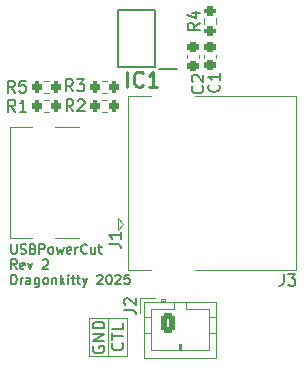
<source format=gbr>
%TF.GenerationSoftware,KiCad,Pcbnew,8.0.7*%
%TF.CreationDate,2025-01-19T22:37:32+01:00*%
%TF.ProjectId,USBPowerCut2,55534250-6f77-4657-9243-7574322e6b69,rev?*%
%TF.SameCoordinates,Original*%
%TF.FileFunction,Legend,Top*%
%TF.FilePolarity,Positive*%
%FSLAX46Y46*%
G04 Gerber Fmt 4.6, Leading zero omitted, Abs format (unit mm)*
G04 Created by KiCad (PCBNEW 8.0.7) date 2025-01-19 22:37:32*
%MOMM*%
%LPD*%
G01*
G04 APERTURE LIST*
G04 Aperture macros list*
%AMRoundRect*
0 Rectangle with rounded corners*
0 $1 Rounding radius*
0 $2 $3 $4 $5 $6 $7 $8 $9 X,Y pos of 4 corners*
0 Add a 4 corners polygon primitive as box body*
4,1,4,$2,$3,$4,$5,$6,$7,$8,$9,$2,$3,0*
0 Add four circle primitives for the rounded corners*
1,1,$1+$1,$2,$3*
1,1,$1+$1,$4,$5*
1,1,$1+$1,$6,$7*
1,1,$1+$1,$8,$9*
0 Add four rect primitives between the rounded corners*
20,1,$1+$1,$2,$3,$4,$5,0*
20,1,$1+$1,$4,$5,$6,$7,0*
20,1,$1+$1,$6,$7,$8,$9,0*
20,1,$1+$1,$8,$9,$2,$3,0*%
G04 Aperture macros list end*
%ADD10C,0.150000*%
%ADD11C,0.050000*%
%ADD12C,0.254000*%
%ADD13C,0.120000*%
%ADD14C,0.200000*%
%ADD15C,3.200000*%
%ADD16RoundRect,0.200000X0.200000X0.275000X-0.200000X0.275000X-0.200000X-0.275000X0.200000X-0.275000X0*%
%ADD17R,1.524000X1.524000*%
%ADD18C,1.524000*%
%ADD19C,3.500000*%
%ADD20RoundRect,0.250000X-0.350000X-0.625000X0.350000X-0.625000X0.350000X0.625000X-0.350000X0.625000X0*%
%ADD21O,1.200000X1.750000*%
%ADD22RoundRect,0.225000X0.250000X-0.225000X0.250000X0.225000X-0.250000X0.225000X-0.250000X-0.225000X0*%
%ADD23O,1.600000X1.000000*%
%ADD24O,2.100000X1.000000*%
%ADD25R,1.450000X0.600000*%
%ADD26R,1.450000X0.300000*%
%ADD27C,0.650000*%
%ADD28R,1.500000X0.650000*%
%ADD29RoundRect,0.200000X-0.200000X-0.275000X0.200000X-0.275000X0.200000X0.275000X-0.200000X0.275000X0*%
%ADD30RoundRect,0.200000X0.275000X-0.200000X0.275000X0.200000X-0.275000X0.200000X-0.275000X-0.200000X0*%
G04 APERTURE END LIST*
D10*
X489160Y-20718385D02*
X489160Y-21366004D01*
X489160Y-21366004D02*
X527255Y-21442194D01*
X527255Y-21442194D02*
X565350Y-21480290D01*
X565350Y-21480290D02*
X641541Y-21518385D01*
X641541Y-21518385D02*
X793922Y-21518385D01*
X793922Y-21518385D02*
X870112Y-21480290D01*
X870112Y-21480290D02*
X908207Y-21442194D01*
X908207Y-21442194D02*
X946303Y-21366004D01*
X946303Y-21366004D02*
X946303Y-20718385D01*
X1289159Y-21480290D02*
X1403445Y-21518385D01*
X1403445Y-21518385D02*
X1593921Y-21518385D01*
X1593921Y-21518385D02*
X1670112Y-21480290D01*
X1670112Y-21480290D02*
X1708207Y-21442194D01*
X1708207Y-21442194D02*
X1746302Y-21366004D01*
X1746302Y-21366004D02*
X1746302Y-21289813D01*
X1746302Y-21289813D02*
X1708207Y-21213623D01*
X1708207Y-21213623D02*
X1670112Y-21175528D01*
X1670112Y-21175528D02*
X1593921Y-21137432D01*
X1593921Y-21137432D02*
X1441540Y-21099337D01*
X1441540Y-21099337D02*
X1365350Y-21061242D01*
X1365350Y-21061242D02*
X1327255Y-21023147D01*
X1327255Y-21023147D02*
X1289159Y-20946956D01*
X1289159Y-20946956D02*
X1289159Y-20870766D01*
X1289159Y-20870766D02*
X1327255Y-20794575D01*
X1327255Y-20794575D02*
X1365350Y-20756480D01*
X1365350Y-20756480D02*
X1441540Y-20718385D01*
X1441540Y-20718385D02*
X1632017Y-20718385D01*
X1632017Y-20718385D02*
X1746302Y-20756480D01*
X2355826Y-21099337D02*
X2470112Y-21137432D01*
X2470112Y-21137432D02*
X2508207Y-21175528D01*
X2508207Y-21175528D02*
X2546303Y-21251718D01*
X2546303Y-21251718D02*
X2546303Y-21366004D01*
X2546303Y-21366004D02*
X2508207Y-21442194D01*
X2508207Y-21442194D02*
X2470112Y-21480290D01*
X2470112Y-21480290D02*
X2393922Y-21518385D01*
X2393922Y-21518385D02*
X2089160Y-21518385D01*
X2089160Y-21518385D02*
X2089160Y-20718385D01*
X2089160Y-20718385D02*
X2355826Y-20718385D01*
X2355826Y-20718385D02*
X2432017Y-20756480D01*
X2432017Y-20756480D02*
X2470112Y-20794575D01*
X2470112Y-20794575D02*
X2508207Y-20870766D01*
X2508207Y-20870766D02*
X2508207Y-20946956D01*
X2508207Y-20946956D02*
X2470112Y-21023147D01*
X2470112Y-21023147D02*
X2432017Y-21061242D01*
X2432017Y-21061242D02*
X2355826Y-21099337D01*
X2355826Y-21099337D02*
X2089160Y-21099337D01*
X2889160Y-21518385D02*
X2889160Y-20718385D01*
X2889160Y-20718385D02*
X3193922Y-20718385D01*
X3193922Y-20718385D02*
X3270112Y-20756480D01*
X3270112Y-20756480D02*
X3308207Y-20794575D01*
X3308207Y-20794575D02*
X3346303Y-20870766D01*
X3346303Y-20870766D02*
X3346303Y-20985051D01*
X3346303Y-20985051D02*
X3308207Y-21061242D01*
X3308207Y-21061242D02*
X3270112Y-21099337D01*
X3270112Y-21099337D02*
X3193922Y-21137432D01*
X3193922Y-21137432D02*
X2889160Y-21137432D01*
X3803445Y-21518385D02*
X3727255Y-21480290D01*
X3727255Y-21480290D02*
X3689160Y-21442194D01*
X3689160Y-21442194D02*
X3651064Y-21366004D01*
X3651064Y-21366004D02*
X3651064Y-21137432D01*
X3651064Y-21137432D02*
X3689160Y-21061242D01*
X3689160Y-21061242D02*
X3727255Y-21023147D01*
X3727255Y-21023147D02*
X3803445Y-20985051D01*
X3803445Y-20985051D02*
X3917731Y-20985051D01*
X3917731Y-20985051D02*
X3993922Y-21023147D01*
X3993922Y-21023147D02*
X4032017Y-21061242D01*
X4032017Y-21061242D02*
X4070112Y-21137432D01*
X4070112Y-21137432D02*
X4070112Y-21366004D01*
X4070112Y-21366004D02*
X4032017Y-21442194D01*
X4032017Y-21442194D02*
X3993922Y-21480290D01*
X3993922Y-21480290D02*
X3917731Y-21518385D01*
X3917731Y-21518385D02*
X3803445Y-21518385D01*
X4336779Y-20985051D02*
X4489160Y-21518385D01*
X4489160Y-21518385D02*
X4641541Y-21137432D01*
X4641541Y-21137432D02*
X4793922Y-21518385D01*
X4793922Y-21518385D02*
X4946303Y-20985051D01*
X5555827Y-21480290D02*
X5479636Y-21518385D01*
X5479636Y-21518385D02*
X5327255Y-21518385D01*
X5327255Y-21518385D02*
X5251065Y-21480290D01*
X5251065Y-21480290D02*
X5212969Y-21404099D01*
X5212969Y-21404099D02*
X5212969Y-21099337D01*
X5212969Y-21099337D02*
X5251065Y-21023147D01*
X5251065Y-21023147D02*
X5327255Y-20985051D01*
X5327255Y-20985051D02*
X5479636Y-20985051D01*
X5479636Y-20985051D02*
X5555827Y-21023147D01*
X5555827Y-21023147D02*
X5593922Y-21099337D01*
X5593922Y-21099337D02*
X5593922Y-21175528D01*
X5593922Y-21175528D02*
X5212969Y-21251718D01*
X5936779Y-21518385D02*
X5936779Y-20985051D01*
X5936779Y-21137432D02*
X5974874Y-21061242D01*
X5974874Y-21061242D02*
X6012969Y-21023147D01*
X6012969Y-21023147D02*
X6089160Y-20985051D01*
X6089160Y-20985051D02*
X6165350Y-20985051D01*
X6889160Y-21442194D02*
X6851064Y-21480290D01*
X6851064Y-21480290D02*
X6736779Y-21518385D01*
X6736779Y-21518385D02*
X6660588Y-21518385D01*
X6660588Y-21518385D02*
X6546302Y-21480290D01*
X6546302Y-21480290D02*
X6470112Y-21404099D01*
X6470112Y-21404099D02*
X6432017Y-21327909D01*
X6432017Y-21327909D02*
X6393921Y-21175528D01*
X6393921Y-21175528D02*
X6393921Y-21061242D01*
X6393921Y-21061242D02*
X6432017Y-20908861D01*
X6432017Y-20908861D02*
X6470112Y-20832670D01*
X6470112Y-20832670D02*
X6546302Y-20756480D01*
X6546302Y-20756480D02*
X6660588Y-20718385D01*
X6660588Y-20718385D02*
X6736779Y-20718385D01*
X6736779Y-20718385D02*
X6851064Y-20756480D01*
X6851064Y-20756480D02*
X6889160Y-20794575D01*
X7574874Y-20985051D02*
X7574874Y-21518385D01*
X7232017Y-20985051D02*
X7232017Y-21404099D01*
X7232017Y-21404099D02*
X7270112Y-21480290D01*
X7270112Y-21480290D02*
X7346302Y-21518385D01*
X7346302Y-21518385D02*
X7460588Y-21518385D01*
X7460588Y-21518385D02*
X7536779Y-21480290D01*
X7536779Y-21480290D02*
X7574874Y-21442194D01*
X7841541Y-20985051D02*
X8146303Y-20985051D01*
X7955827Y-20718385D02*
X7955827Y-21404099D01*
X7955827Y-21404099D02*
X7993922Y-21480290D01*
X7993922Y-21480290D02*
X8070112Y-21518385D01*
X8070112Y-21518385D02*
X8146303Y-21518385D01*
X946303Y-22806340D02*
X679636Y-22425387D01*
X489160Y-22806340D02*
X489160Y-22006340D01*
X489160Y-22006340D02*
X793922Y-22006340D01*
X793922Y-22006340D02*
X870112Y-22044435D01*
X870112Y-22044435D02*
X908207Y-22082530D01*
X908207Y-22082530D02*
X946303Y-22158721D01*
X946303Y-22158721D02*
X946303Y-22273006D01*
X946303Y-22273006D02*
X908207Y-22349197D01*
X908207Y-22349197D02*
X870112Y-22387292D01*
X870112Y-22387292D02*
X793922Y-22425387D01*
X793922Y-22425387D02*
X489160Y-22425387D01*
X1593922Y-22768245D02*
X1517731Y-22806340D01*
X1517731Y-22806340D02*
X1365350Y-22806340D01*
X1365350Y-22806340D02*
X1289160Y-22768245D01*
X1289160Y-22768245D02*
X1251064Y-22692054D01*
X1251064Y-22692054D02*
X1251064Y-22387292D01*
X1251064Y-22387292D02*
X1289160Y-22311102D01*
X1289160Y-22311102D02*
X1365350Y-22273006D01*
X1365350Y-22273006D02*
X1517731Y-22273006D01*
X1517731Y-22273006D02*
X1593922Y-22311102D01*
X1593922Y-22311102D02*
X1632017Y-22387292D01*
X1632017Y-22387292D02*
X1632017Y-22463483D01*
X1632017Y-22463483D02*
X1251064Y-22539673D01*
X1898683Y-22273006D02*
X2089159Y-22806340D01*
X2089159Y-22806340D02*
X2279636Y-22273006D01*
X3155826Y-22082530D02*
X3193922Y-22044435D01*
X3193922Y-22044435D02*
X3270112Y-22006340D01*
X3270112Y-22006340D02*
X3460588Y-22006340D01*
X3460588Y-22006340D02*
X3536779Y-22044435D01*
X3536779Y-22044435D02*
X3574874Y-22082530D01*
X3574874Y-22082530D02*
X3612969Y-22158721D01*
X3612969Y-22158721D02*
X3612969Y-22234911D01*
X3612969Y-22234911D02*
X3574874Y-22349197D01*
X3574874Y-22349197D02*
X3117731Y-22806340D01*
X3117731Y-22806340D02*
X3612969Y-22806340D01*
X489160Y-24094295D02*
X489160Y-23294295D01*
X489160Y-23294295D02*
X679636Y-23294295D01*
X679636Y-23294295D02*
X793922Y-23332390D01*
X793922Y-23332390D02*
X870112Y-23408580D01*
X870112Y-23408580D02*
X908207Y-23484771D01*
X908207Y-23484771D02*
X946303Y-23637152D01*
X946303Y-23637152D02*
X946303Y-23751438D01*
X946303Y-23751438D02*
X908207Y-23903819D01*
X908207Y-23903819D02*
X870112Y-23980009D01*
X870112Y-23980009D02*
X793922Y-24056200D01*
X793922Y-24056200D02*
X679636Y-24094295D01*
X679636Y-24094295D02*
X489160Y-24094295D01*
X1289160Y-24094295D02*
X1289160Y-23560961D01*
X1289160Y-23713342D02*
X1327255Y-23637152D01*
X1327255Y-23637152D02*
X1365350Y-23599057D01*
X1365350Y-23599057D02*
X1441541Y-23560961D01*
X1441541Y-23560961D02*
X1517731Y-23560961D01*
X2127255Y-24094295D02*
X2127255Y-23675247D01*
X2127255Y-23675247D02*
X2089160Y-23599057D01*
X2089160Y-23599057D02*
X2012969Y-23560961D01*
X2012969Y-23560961D02*
X1860588Y-23560961D01*
X1860588Y-23560961D02*
X1784398Y-23599057D01*
X2127255Y-24056200D02*
X2051064Y-24094295D01*
X2051064Y-24094295D02*
X1860588Y-24094295D01*
X1860588Y-24094295D02*
X1784398Y-24056200D01*
X1784398Y-24056200D02*
X1746302Y-23980009D01*
X1746302Y-23980009D02*
X1746302Y-23903819D01*
X1746302Y-23903819D02*
X1784398Y-23827628D01*
X1784398Y-23827628D02*
X1860588Y-23789533D01*
X1860588Y-23789533D02*
X2051064Y-23789533D01*
X2051064Y-23789533D02*
X2127255Y-23751438D01*
X2851065Y-23560961D02*
X2851065Y-24208580D01*
X2851065Y-24208580D02*
X2812970Y-24284771D01*
X2812970Y-24284771D02*
X2774874Y-24322866D01*
X2774874Y-24322866D02*
X2698684Y-24360961D01*
X2698684Y-24360961D02*
X2584398Y-24360961D01*
X2584398Y-24360961D02*
X2508208Y-24322866D01*
X2851065Y-24056200D02*
X2774874Y-24094295D01*
X2774874Y-24094295D02*
X2622493Y-24094295D01*
X2622493Y-24094295D02*
X2546303Y-24056200D01*
X2546303Y-24056200D02*
X2508208Y-24018104D01*
X2508208Y-24018104D02*
X2470112Y-23941914D01*
X2470112Y-23941914D02*
X2470112Y-23713342D01*
X2470112Y-23713342D02*
X2508208Y-23637152D01*
X2508208Y-23637152D02*
X2546303Y-23599057D01*
X2546303Y-23599057D02*
X2622493Y-23560961D01*
X2622493Y-23560961D02*
X2774874Y-23560961D01*
X2774874Y-23560961D02*
X2851065Y-23599057D01*
X3346303Y-24094295D02*
X3270113Y-24056200D01*
X3270113Y-24056200D02*
X3232018Y-24018104D01*
X3232018Y-24018104D02*
X3193922Y-23941914D01*
X3193922Y-23941914D02*
X3193922Y-23713342D01*
X3193922Y-23713342D02*
X3232018Y-23637152D01*
X3232018Y-23637152D02*
X3270113Y-23599057D01*
X3270113Y-23599057D02*
X3346303Y-23560961D01*
X3346303Y-23560961D02*
X3460589Y-23560961D01*
X3460589Y-23560961D02*
X3536780Y-23599057D01*
X3536780Y-23599057D02*
X3574875Y-23637152D01*
X3574875Y-23637152D02*
X3612970Y-23713342D01*
X3612970Y-23713342D02*
X3612970Y-23941914D01*
X3612970Y-23941914D02*
X3574875Y-24018104D01*
X3574875Y-24018104D02*
X3536780Y-24056200D01*
X3536780Y-24056200D02*
X3460589Y-24094295D01*
X3460589Y-24094295D02*
X3346303Y-24094295D01*
X3955828Y-23560961D02*
X3955828Y-24094295D01*
X3955828Y-23637152D02*
X3993923Y-23599057D01*
X3993923Y-23599057D02*
X4070113Y-23560961D01*
X4070113Y-23560961D02*
X4184399Y-23560961D01*
X4184399Y-23560961D02*
X4260590Y-23599057D01*
X4260590Y-23599057D02*
X4298685Y-23675247D01*
X4298685Y-23675247D02*
X4298685Y-24094295D01*
X4679638Y-24094295D02*
X4679638Y-23294295D01*
X4755828Y-23789533D02*
X4984400Y-24094295D01*
X4984400Y-23560961D02*
X4679638Y-23865723D01*
X5327257Y-24094295D02*
X5327257Y-23560961D01*
X5327257Y-23294295D02*
X5289161Y-23332390D01*
X5289161Y-23332390D02*
X5327257Y-23370485D01*
X5327257Y-23370485D02*
X5365352Y-23332390D01*
X5365352Y-23332390D02*
X5327257Y-23294295D01*
X5327257Y-23294295D02*
X5327257Y-23370485D01*
X5593923Y-23560961D02*
X5898685Y-23560961D01*
X5708209Y-23294295D02*
X5708209Y-23980009D01*
X5708209Y-23980009D02*
X5746304Y-24056200D01*
X5746304Y-24056200D02*
X5822494Y-24094295D01*
X5822494Y-24094295D02*
X5898685Y-24094295D01*
X6051066Y-23560961D02*
X6355828Y-23560961D01*
X6165352Y-23294295D02*
X6165352Y-23980009D01*
X6165352Y-23980009D02*
X6203447Y-24056200D01*
X6203447Y-24056200D02*
X6279637Y-24094295D01*
X6279637Y-24094295D02*
X6355828Y-24094295D01*
X6546304Y-23560961D02*
X6736780Y-24094295D01*
X6927257Y-23560961D02*
X6736780Y-24094295D01*
X6736780Y-24094295D02*
X6660590Y-24284771D01*
X6660590Y-24284771D02*
X6622495Y-24322866D01*
X6622495Y-24322866D02*
X6546304Y-24360961D01*
X7803447Y-23370485D02*
X7841543Y-23332390D01*
X7841543Y-23332390D02*
X7917733Y-23294295D01*
X7917733Y-23294295D02*
X8108209Y-23294295D01*
X8108209Y-23294295D02*
X8184400Y-23332390D01*
X8184400Y-23332390D02*
X8222495Y-23370485D01*
X8222495Y-23370485D02*
X8260590Y-23446676D01*
X8260590Y-23446676D02*
X8260590Y-23522866D01*
X8260590Y-23522866D02*
X8222495Y-23637152D01*
X8222495Y-23637152D02*
X7765352Y-24094295D01*
X7765352Y-24094295D02*
X8260590Y-24094295D01*
X8755829Y-23294295D02*
X8832019Y-23294295D01*
X8832019Y-23294295D02*
X8908210Y-23332390D01*
X8908210Y-23332390D02*
X8946305Y-23370485D01*
X8946305Y-23370485D02*
X8984400Y-23446676D01*
X8984400Y-23446676D02*
X9022495Y-23599057D01*
X9022495Y-23599057D02*
X9022495Y-23789533D01*
X9022495Y-23789533D02*
X8984400Y-23941914D01*
X8984400Y-23941914D02*
X8946305Y-24018104D01*
X8946305Y-24018104D02*
X8908210Y-24056200D01*
X8908210Y-24056200D02*
X8832019Y-24094295D01*
X8832019Y-24094295D02*
X8755829Y-24094295D01*
X8755829Y-24094295D02*
X8679638Y-24056200D01*
X8679638Y-24056200D02*
X8641543Y-24018104D01*
X8641543Y-24018104D02*
X8603448Y-23941914D01*
X8603448Y-23941914D02*
X8565352Y-23789533D01*
X8565352Y-23789533D02*
X8565352Y-23599057D01*
X8565352Y-23599057D02*
X8603448Y-23446676D01*
X8603448Y-23446676D02*
X8641543Y-23370485D01*
X8641543Y-23370485D02*
X8679638Y-23332390D01*
X8679638Y-23332390D02*
X8755829Y-23294295D01*
X9327257Y-23370485D02*
X9365353Y-23332390D01*
X9365353Y-23332390D02*
X9441543Y-23294295D01*
X9441543Y-23294295D02*
X9632019Y-23294295D01*
X9632019Y-23294295D02*
X9708210Y-23332390D01*
X9708210Y-23332390D02*
X9746305Y-23370485D01*
X9746305Y-23370485D02*
X9784400Y-23446676D01*
X9784400Y-23446676D02*
X9784400Y-23522866D01*
X9784400Y-23522866D02*
X9746305Y-23637152D01*
X9746305Y-23637152D02*
X9289162Y-24094295D01*
X9289162Y-24094295D02*
X9784400Y-24094295D01*
X10508210Y-23294295D02*
X10127258Y-23294295D01*
X10127258Y-23294295D02*
X10089162Y-23675247D01*
X10089162Y-23675247D02*
X10127258Y-23637152D01*
X10127258Y-23637152D02*
X10203448Y-23599057D01*
X10203448Y-23599057D02*
X10393924Y-23599057D01*
X10393924Y-23599057D02*
X10470115Y-23637152D01*
X10470115Y-23637152D02*
X10508210Y-23675247D01*
X10508210Y-23675247D02*
X10546305Y-23751438D01*
X10546305Y-23751438D02*
X10546305Y-23941914D01*
X10546305Y-23941914D02*
X10508210Y-24018104D01*
X10508210Y-24018104D02*
X10470115Y-24056200D01*
X10470115Y-24056200D02*
X10393924Y-24094295D01*
X10393924Y-24094295D02*
X10203448Y-24094295D01*
X10203448Y-24094295D02*
X10127258Y-24056200D01*
X10127258Y-24056200D02*
X10089162Y-24018104D01*
X7432494Y-29361904D02*
X7384875Y-29457142D01*
X7384875Y-29457142D02*
X7384875Y-29599999D01*
X7384875Y-29599999D02*
X7432494Y-29742856D01*
X7432494Y-29742856D02*
X7527732Y-29838094D01*
X7527732Y-29838094D02*
X7622970Y-29885713D01*
X7622970Y-29885713D02*
X7813446Y-29933332D01*
X7813446Y-29933332D02*
X7956303Y-29933332D01*
X7956303Y-29933332D02*
X8146779Y-29885713D01*
X8146779Y-29885713D02*
X8242017Y-29838094D01*
X8242017Y-29838094D02*
X8337256Y-29742856D01*
X8337256Y-29742856D02*
X8384875Y-29599999D01*
X8384875Y-29599999D02*
X8384875Y-29504761D01*
X8384875Y-29504761D02*
X8337256Y-29361904D01*
X8337256Y-29361904D02*
X8289636Y-29314285D01*
X8289636Y-29314285D02*
X7956303Y-29314285D01*
X7956303Y-29314285D02*
X7956303Y-29504761D01*
X8384875Y-28885713D02*
X7384875Y-28885713D01*
X7384875Y-28885713D02*
X8384875Y-28314285D01*
X8384875Y-28314285D02*
X7384875Y-28314285D01*
X8384875Y-27838094D02*
X7384875Y-27838094D01*
X7384875Y-27838094D02*
X7384875Y-27599999D01*
X7384875Y-27599999D02*
X7432494Y-27457142D01*
X7432494Y-27457142D02*
X7527732Y-27361904D01*
X7527732Y-27361904D02*
X7622970Y-27314285D01*
X7622970Y-27314285D02*
X7813446Y-27266666D01*
X7813446Y-27266666D02*
X7956303Y-27266666D01*
X7956303Y-27266666D02*
X8146779Y-27314285D01*
X8146779Y-27314285D02*
X8242017Y-27361904D01*
X8242017Y-27361904D02*
X8337256Y-27457142D01*
X8337256Y-27457142D02*
X8384875Y-27599999D01*
X8384875Y-27599999D02*
X8384875Y-27838094D01*
X9899580Y-29076190D02*
X9947200Y-29123809D01*
X9947200Y-29123809D02*
X9994819Y-29266666D01*
X9994819Y-29266666D02*
X9994819Y-29361904D01*
X9994819Y-29361904D02*
X9947200Y-29504761D01*
X9947200Y-29504761D02*
X9851961Y-29599999D01*
X9851961Y-29599999D02*
X9756723Y-29647618D01*
X9756723Y-29647618D02*
X9566247Y-29695237D01*
X9566247Y-29695237D02*
X9423390Y-29695237D01*
X9423390Y-29695237D02*
X9232914Y-29647618D01*
X9232914Y-29647618D02*
X9137676Y-29599999D01*
X9137676Y-29599999D02*
X9042438Y-29504761D01*
X9042438Y-29504761D02*
X8994819Y-29361904D01*
X8994819Y-29361904D02*
X8994819Y-29266666D01*
X8994819Y-29266666D02*
X9042438Y-29123809D01*
X9042438Y-29123809D02*
X9090057Y-29076190D01*
X8994819Y-28790475D02*
X8994819Y-28219047D01*
X9994819Y-28504761D02*
X8994819Y-28504761D01*
X9994819Y-27409523D02*
X9994819Y-27885713D01*
X9994819Y-27885713D02*
X8994819Y-27885713D01*
D11*
X8700000Y-27000000D02*
X10300000Y-27000000D01*
X10300000Y-30200000D01*
X8700000Y-30200000D01*
X8700000Y-27000000D01*
X7100000Y-27000000D02*
X8700000Y-27000000D01*
X8700000Y-30200000D01*
X7100000Y-30200000D01*
X7100000Y-27000000D01*
D10*
X5733333Y-7754819D02*
X5400000Y-7278628D01*
X5161905Y-7754819D02*
X5161905Y-6754819D01*
X5161905Y-6754819D02*
X5542857Y-6754819D01*
X5542857Y-6754819D02*
X5638095Y-6802438D01*
X5638095Y-6802438D02*
X5685714Y-6850057D01*
X5685714Y-6850057D02*
X5733333Y-6945295D01*
X5733333Y-6945295D02*
X5733333Y-7088152D01*
X5733333Y-7088152D02*
X5685714Y-7183390D01*
X5685714Y-7183390D02*
X5638095Y-7231009D01*
X5638095Y-7231009D02*
X5542857Y-7278628D01*
X5542857Y-7278628D02*
X5161905Y-7278628D01*
X6066667Y-6754819D02*
X6685714Y-6754819D01*
X6685714Y-6754819D02*
X6352381Y-7135771D01*
X6352381Y-7135771D02*
X6495238Y-7135771D01*
X6495238Y-7135771D02*
X6590476Y-7183390D01*
X6590476Y-7183390D02*
X6638095Y-7231009D01*
X6638095Y-7231009D02*
X6685714Y-7326247D01*
X6685714Y-7326247D02*
X6685714Y-7564342D01*
X6685714Y-7564342D02*
X6638095Y-7659580D01*
X6638095Y-7659580D02*
X6590476Y-7707200D01*
X6590476Y-7707200D02*
X6495238Y-7754819D01*
X6495238Y-7754819D02*
X6209524Y-7754819D01*
X6209524Y-7754819D02*
X6114286Y-7707200D01*
X6114286Y-7707200D02*
X6066667Y-7659580D01*
X23566666Y-23229819D02*
X23566666Y-23944104D01*
X23566666Y-23944104D02*
X23519047Y-24086961D01*
X23519047Y-24086961D02*
X23423809Y-24182200D01*
X23423809Y-24182200D02*
X23280952Y-24229819D01*
X23280952Y-24229819D02*
X23185714Y-24229819D01*
X23947619Y-23229819D02*
X24566666Y-23229819D01*
X24566666Y-23229819D02*
X24233333Y-23610771D01*
X24233333Y-23610771D02*
X24376190Y-23610771D01*
X24376190Y-23610771D02*
X24471428Y-23658390D01*
X24471428Y-23658390D02*
X24519047Y-23706009D01*
X24519047Y-23706009D02*
X24566666Y-23801247D01*
X24566666Y-23801247D02*
X24566666Y-24039342D01*
X24566666Y-24039342D02*
X24519047Y-24134580D01*
X24519047Y-24134580D02*
X24471428Y-24182200D01*
X24471428Y-24182200D02*
X24376190Y-24229819D01*
X24376190Y-24229819D02*
X24090476Y-24229819D01*
X24090476Y-24229819D02*
X23995238Y-24182200D01*
X23995238Y-24182200D02*
X23947619Y-24134580D01*
X5758333Y-9454819D02*
X5425000Y-8978628D01*
X5186905Y-9454819D02*
X5186905Y-8454819D01*
X5186905Y-8454819D02*
X5567857Y-8454819D01*
X5567857Y-8454819D02*
X5663095Y-8502438D01*
X5663095Y-8502438D02*
X5710714Y-8550057D01*
X5710714Y-8550057D02*
X5758333Y-8645295D01*
X5758333Y-8645295D02*
X5758333Y-8788152D01*
X5758333Y-8788152D02*
X5710714Y-8883390D01*
X5710714Y-8883390D02*
X5663095Y-8931009D01*
X5663095Y-8931009D02*
X5567857Y-8978628D01*
X5567857Y-8978628D02*
X5186905Y-8978628D01*
X6139286Y-8550057D02*
X6186905Y-8502438D01*
X6186905Y-8502438D02*
X6282143Y-8454819D01*
X6282143Y-8454819D02*
X6520238Y-8454819D01*
X6520238Y-8454819D02*
X6615476Y-8502438D01*
X6615476Y-8502438D02*
X6663095Y-8550057D01*
X6663095Y-8550057D02*
X6710714Y-8645295D01*
X6710714Y-8645295D02*
X6710714Y-8740533D01*
X6710714Y-8740533D02*
X6663095Y-8883390D01*
X6663095Y-8883390D02*
X6091667Y-9454819D01*
X6091667Y-9454819D02*
X6710714Y-9454819D01*
X10054819Y-26283333D02*
X10769104Y-26283333D01*
X10769104Y-26283333D02*
X10911961Y-26330952D01*
X10911961Y-26330952D02*
X11007200Y-26426190D01*
X11007200Y-26426190D02*
X11054819Y-26569047D01*
X11054819Y-26569047D02*
X11054819Y-26664285D01*
X10150057Y-25854761D02*
X10102438Y-25807142D01*
X10102438Y-25807142D02*
X10054819Y-25711904D01*
X10054819Y-25711904D02*
X10054819Y-25473809D01*
X10054819Y-25473809D02*
X10102438Y-25378571D01*
X10102438Y-25378571D02*
X10150057Y-25330952D01*
X10150057Y-25330952D02*
X10245295Y-25283333D01*
X10245295Y-25283333D02*
X10340533Y-25283333D01*
X10340533Y-25283333D02*
X10483390Y-25330952D01*
X10483390Y-25330952D02*
X11054819Y-25902380D01*
X11054819Y-25902380D02*
X11054819Y-25283333D01*
X16679580Y-7326666D02*
X16727200Y-7374285D01*
X16727200Y-7374285D02*
X16774819Y-7517142D01*
X16774819Y-7517142D02*
X16774819Y-7612380D01*
X16774819Y-7612380D02*
X16727200Y-7755237D01*
X16727200Y-7755237D02*
X16631961Y-7850475D01*
X16631961Y-7850475D02*
X16536723Y-7898094D01*
X16536723Y-7898094D02*
X16346247Y-7945713D01*
X16346247Y-7945713D02*
X16203390Y-7945713D01*
X16203390Y-7945713D02*
X16012914Y-7898094D01*
X16012914Y-7898094D02*
X15917676Y-7850475D01*
X15917676Y-7850475D02*
X15822438Y-7755237D01*
X15822438Y-7755237D02*
X15774819Y-7612380D01*
X15774819Y-7612380D02*
X15774819Y-7517142D01*
X15774819Y-7517142D02*
X15822438Y-7374285D01*
X15822438Y-7374285D02*
X15870057Y-7326666D01*
X15870057Y-6945713D02*
X15822438Y-6898094D01*
X15822438Y-6898094D02*
X15774819Y-6802856D01*
X15774819Y-6802856D02*
X15774819Y-6564761D01*
X15774819Y-6564761D02*
X15822438Y-6469523D01*
X15822438Y-6469523D02*
X15870057Y-6421904D01*
X15870057Y-6421904D02*
X15965295Y-6374285D01*
X15965295Y-6374285D02*
X16060533Y-6374285D01*
X16060533Y-6374285D02*
X16203390Y-6421904D01*
X16203390Y-6421904D02*
X16774819Y-6993332D01*
X16774819Y-6993332D02*
X16774819Y-6374285D01*
X808333Y-7879819D02*
X475000Y-7403628D01*
X236905Y-7879819D02*
X236905Y-6879819D01*
X236905Y-6879819D02*
X617857Y-6879819D01*
X617857Y-6879819D02*
X713095Y-6927438D01*
X713095Y-6927438D02*
X760714Y-6975057D01*
X760714Y-6975057D02*
X808333Y-7070295D01*
X808333Y-7070295D02*
X808333Y-7213152D01*
X808333Y-7213152D02*
X760714Y-7308390D01*
X760714Y-7308390D02*
X713095Y-7356009D01*
X713095Y-7356009D02*
X617857Y-7403628D01*
X617857Y-7403628D02*
X236905Y-7403628D01*
X1713095Y-6879819D02*
X1236905Y-6879819D01*
X1236905Y-6879819D02*
X1189286Y-7356009D01*
X1189286Y-7356009D02*
X1236905Y-7308390D01*
X1236905Y-7308390D02*
X1332143Y-7260771D01*
X1332143Y-7260771D02*
X1570238Y-7260771D01*
X1570238Y-7260771D02*
X1665476Y-7308390D01*
X1665476Y-7308390D02*
X1713095Y-7356009D01*
X1713095Y-7356009D02*
X1760714Y-7451247D01*
X1760714Y-7451247D02*
X1760714Y-7689342D01*
X1760714Y-7689342D02*
X1713095Y-7784580D01*
X1713095Y-7784580D02*
X1665476Y-7832200D01*
X1665476Y-7832200D02*
X1570238Y-7879819D01*
X1570238Y-7879819D02*
X1332143Y-7879819D01*
X1332143Y-7879819D02*
X1236905Y-7832200D01*
X1236905Y-7832200D02*
X1189286Y-7784580D01*
X18079580Y-7206666D02*
X18127200Y-7254285D01*
X18127200Y-7254285D02*
X18174819Y-7397142D01*
X18174819Y-7397142D02*
X18174819Y-7492380D01*
X18174819Y-7492380D02*
X18127200Y-7635237D01*
X18127200Y-7635237D02*
X18031961Y-7730475D01*
X18031961Y-7730475D02*
X17936723Y-7778094D01*
X17936723Y-7778094D02*
X17746247Y-7825713D01*
X17746247Y-7825713D02*
X17603390Y-7825713D01*
X17603390Y-7825713D02*
X17412914Y-7778094D01*
X17412914Y-7778094D02*
X17317676Y-7730475D01*
X17317676Y-7730475D02*
X17222438Y-7635237D01*
X17222438Y-7635237D02*
X17174819Y-7492380D01*
X17174819Y-7492380D02*
X17174819Y-7397142D01*
X17174819Y-7397142D02*
X17222438Y-7254285D01*
X17222438Y-7254285D02*
X17270057Y-7206666D01*
X18174819Y-6254285D02*
X18174819Y-6825713D01*
X18174819Y-6539999D02*
X17174819Y-6539999D01*
X17174819Y-6539999D02*
X17317676Y-6635237D01*
X17317676Y-6635237D02*
X17412914Y-6730475D01*
X17412914Y-6730475D02*
X17460533Y-6825713D01*
X8779819Y-20683333D02*
X9494104Y-20683333D01*
X9494104Y-20683333D02*
X9636961Y-20730952D01*
X9636961Y-20730952D02*
X9732200Y-20826190D01*
X9732200Y-20826190D02*
X9779819Y-20969047D01*
X9779819Y-20969047D02*
X9779819Y-21064285D01*
X9779819Y-19683333D02*
X9779819Y-20254761D01*
X9779819Y-19969047D02*
X8779819Y-19969047D01*
X8779819Y-19969047D02*
X8922676Y-20064285D01*
X8922676Y-20064285D02*
X9017914Y-20159523D01*
X9017914Y-20159523D02*
X9065533Y-20254761D01*
D12*
X10310237Y-7374318D02*
X10310237Y-6104318D01*
X11640714Y-7253365D02*
X11580238Y-7313842D01*
X11580238Y-7313842D02*
X11398809Y-7374318D01*
X11398809Y-7374318D02*
X11277857Y-7374318D01*
X11277857Y-7374318D02*
X11096428Y-7313842D01*
X11096428Y-7313842D02*
X10975476Y-7192889D01*
X10975476Y-7192889D02*
X10914999Y-7071937D01*
X10914999Y-7071937D02*
X10854523Y-6830032D01*
X10854523Y-6830032D02*
X10854523Y-6648603D01*
X10854523Y-6648603D02*
X10914999Y-6406699D01*
X10914999Y-6406699D02*
X10975476Y-6285746D01*
X10975476Y-6285746D02*
X11096428Y-6164794D01*
X11096428Y-6164794D02*
X11277857Y-6104318D01*
X11277857Y-6104318D02*
X11398809Y-6104318D01*
X11398809Y-6104318D02*
X11580238Y-6164794D01*
X11580238Y-6164794D02*
X11640714Y-6225270D01*
X12850238Y-7374318D02*
X12124523Y-7374318D01*
X12487380Y-7374318D02*
X12487380Y-6104318D01*
X12487380Y-6104318D02*
X12366428Y-6285746D01*
X12366428Y-6285746D02*
X12245476Y-6406699D01*
X12245476Y-6406699D02*
X12124523Y-6467175D01*
D10*
X833333Y-9479819D02*
X500000Y-9003628D01*
X261905Y-9479819D02*
X261905Y-8479819D01*
X261905Y-8479819D02*
X642857Y-8479819D01*
X642857Y-8479819D02*
X738095Y-8527438D01*
X738095Y-8527438D02*
X785714Y-8575057D01*
X785714Y-8575057D02*
X833333Y-8670295D01*
X833333Y-8670295D02*
X833333Y-8813152D01*
X833333Y-8813152D02*
X785714Y-8908390D01*
X785714Y-8908390D02*
X738095Y-8956009D01*
X738095Y-8956009D02*
X642857Y-9003628D01*
X642857Y-9003628D02*
X261905Y-9003628D01*
X1785714Y-9479819D02*
X1214286Y-9479819D01*
X1500000Y-9479819D02*
X1500000Y-8479819D01*
X1500000Y-8479819D02*
X1404762Y-8622676D01*
X1404762Y-8622676D02*
X1309524Y-8717914D01*
X1309524Y-8717914D02*
X1214286Y-8765533D01*
X16454819Y-1966666D02*
X15978628Y-2299999D01*
X16454819Y-2538094D02*
X15454819Y-2538094D01*
X15454819Y-2538094D02*
X15454819Y-2157142D01*
X15454819Y-2157142D02*
X15502438Y-2061904D01*
X15502438Y-2061904D02*
X15550057Y-2014285D01*
X15550057Y-2014285D02*
X15645295Y-1966666D01*
X15645295Y-1966666D02*
X15788152Y-1966666D01*
X15788152Y-1966666D02*
X15883390Y-2014285D01*
X15883390Y-2014285D02*
X15931009Y-2061904D01*
X15931009Y-2061904D02*
X15978628Y-2157142D01*
X15978628Y-2157142D02*
X15978628Y-2538094D01*
X15788152Y-1109523D02*
X16454819Y-1109523D01*
X15407200Y-1347618D02*
X16121485Y-1585713D01*
X16121485Y-1585713D02*
X16121485Y-966666D01*
D13*
%TO.C,R3*%
X8637258Y-7922500D02*
X8162742Y-7922500D01*
X8637258Y-6877500D02*
X8162742Y-6877500D01*
%TO.C,J3*%
X9500000Y-18500000D02*
X9500000Y-19500000D01*
X9500000Y-19500000D02*
X10000000Y-19000000D01*
X10000000Y-19000000D02*
X9500000Y-18500000D01*
X10380000Y-22860000D02*
X10380000Y-8140000D01*
X10380000Y-22860000D02*
X12360000Y-22860000D01*
X12360000Y-8140000D02*
X10380000Y-8140000D01*
X16060000Y-8140000D02*
X24600000Y-8140000D01*
X16060000Y-22860000D02*
X24600000Y-22860000D01*
X24600000Y-22860000D02*
X24600000Y-8140000D01*
%TO.C,R2*%
X8637258Y-9522500D02*
X8162742Y-9522500D01*
X8637258Y-8477500D02*
X8162742Y-8477500D01*
%TO.C,J2*%
X11440000Y-25290000D02*
X11440000Y-26540000D01*
X11740000Y-25590000D02*
X11740000Y-30310000D01*
X11740000Y-26900000D02*
X12350000Y-26900000D01*
X11740000Y-28200000D02*
X12350000Y-28200000D01*
X11740000Y-30310000D02*
X17860000Y-30310000D01*
X12350000Y-26200000D02*
X12350000Y-29700000D01*
X12350000Y-29700000D02*
X17250000Y-29700000D01*
X12690000Y-25290000D02*
X11440000Y-25290000D01*
X13200000Y-25390000D02*
X13200000Y-25590000D01*
X13500000Y-25390000D02*
X13200000Y-25390000D01*
X13500000Y-25490000D02*
X13200000Y-25490000D01*
X13500000Y-25590000D02*
X13500000Y-25390000D01*
X14300000Y-25590000D02*
X14300000Y-26200000D01*
X14300000Y-26200000D02*
X12350000Y-26200000D01*
X14700000Y-29200000D02*
X14900000Y-29200000D01*
X14700000Y-29700000D02*
X14700000Y-29200000D01*
X14800000Y-29700000D02*
X14800000Y-29200000D01*
X14900000Y-29200000D02*
X14900000Y-29700000D01*
X15300000Y-26200000D02*
X15300000Y-25590000D01*
X17250000Y-26200000D02*
X15300000Y-26200000D01*
X17250000Y-29700000D02*
X17250000Y-26200000D01*
X17860000Y-25590000D02*
X11740000Y-25590000D01*
X17860000Y-26900000D02*
X17250000Y-26900000D01*
X17860000Y-28200000D02*
X17250000Y-28200000D01*
X17860000Y-30310000D02*
X17860000Y-25590000D01*
%TO.C,C2*%
X16360000Y-4965580D02*
X16360000Y-4684420D01*
X15340000Y-4965580D02*
X15340000Y-4684420D01*
%TO.C,R5*%
X3737258Y-6877500D02*
X3262742Y-6877500D01*
X3737258Y-7922500D02*
X3262742Y-7922500D01*
%TO.C,C1*%
X16840000Y-4940580D02*
X16840000Y-4659420D01*
X17860000Y-4940580D02*
X17860000Y-4659420D01*
%TO.C,J1*%
X6200000Y-20200000D02*
X4200000Y-20200000D01*
X6200000Y-10800000D02*
X4200000Y-10800000D01*
X2300000Y-20200000D02*
X400000Y-20200000D01*
X2300000Y-10800000D02*
X400000Y-10800000D01*
X400000Y-10800000D02*
X400000Y-20200000D01*
D14*
%TO.C,IC1*%
X14550000Y-5880000D02*
X13050000Y-5880000D01*
X9500000Y-5750000D02*
X9500000Y-850000D01*
X12700000Y-5750000D02*
X9500000Y-5750000D01*
X9500000Y-850000D02*
X12700000Y-850000D01*
X12700000Y-850000D02*
X12700000Y-5750000D01*
D13*
%TO.C,R1*%
X3262742Y-8477500D02*
X3737258Y-8477500D01*
X3262742Y-9522500D02*
X3737258Y-9522500D01*
%TO.C,R4*%
X17872500Y-2037258D02*
X17872500Y-1562742D01*
X16827500Y-2037258D02*
X16827500Y-1562742D01*
%TD*%
%LPC*%
D15*
%TO.C,REF\u002A\u002A*%
X3500000Y-3500000D03*
%TD*%
%TO.C,REF\u002A\u002A*%
X3500000Y-27500000D03*
%TD*%
%TO.C,REF\u002A\u002A*%
X21500000Y-27500000D03*
%TD*%
%TO.C,REF\u002A\u002A*%
X21500000Y-3500000D03*
%TD*%
D16*
%TO.C,R3*%
X9225000Y-7400000D03*
X7575000Y-7400000D03*
%TD*%
D17*
%TO.C,J3*%
X11500000Y-19000000D03*
D18*
X11500000Y-16500000D03*
X11500000Y-14500000D03*
X11500000Y-12000000D03*
D19*
X14210000Y-22070000D03*
X14210000Y-8930000D03*
%TD*%
D16*
%TO.C,R2*%
X9225000Y-9000000D03*
X7575000Y-9000000D03*
%TD*%
D20*
%TO.C,J2*%
X13800000Y-27400000D03*
D21*
X15800000Y-27400000D03*
%TD*%
D22*
%TO.C,C2*%
X15850000Y-5600000D03*
X15850000Y-4050000D03*
%TD*%
D16*
%TO.C,R5*%
X2675000Y-7400000D03*
X4325000Y-7400000D03*
%TD*%
D22*
%TO.C,C1*%
X17350000Y-4025000D03*
X17350000Y-5575000D03*
%TD*%
D23*
%TO.C,J1*%
X3250000Y-19820000D03*
D24*
X7430000Y-19820000D03*
D23*
X3250000Y-11180000D03*
D24*
X7430000Y-11180000D03*
D25*
X8345000Y-12250000D03*
X8345000Y-13050000D03*
D26*
X8345000Y-13750000D03*
X8345000Y-14750000D03*
X8345000Y-16250000D03*
X8345000Y-17250000D03*
D25*
X8345000Y-17950000D03*
X8345000Y-18750000D03*
X8345000Y-18750000D03*
X8345000Y-17950000D03*
D26*
X8345000Y-16750000D03*
X8345000Y-15750000D03*
X8345000Y-15250000D03*
X8345000Y-14250000D03*
D25*
X8345000Y-13050000D03*
X8345000Y-12250000D03*
D27*
X6900000Y-18390000D03*
X6900000Y-12610000D03*
%TD*%
D28*
%TO.C,IC1*%
X8400000Y-5205000D03*
X8400000Y-3935000D03*
X8400000Y-2665000D03*
X8400000Y-1395000D03*
X13800000Y-1395000D03*
X13800000Y-2665000D03*
X13800000Y-3935000D03*
X13800000Y-5205000D03*
%TD*%
D29*
%TO.C,R1*%
X2675000Y-9000000D03*
X4325000Y-9000000D03*
%TD*%
D30*
%TO.C,R4*%
X17350000Y-2625000D03*
X17350000Y-975000D03*
%TD*%
%LPD*%
M02*

</source>
